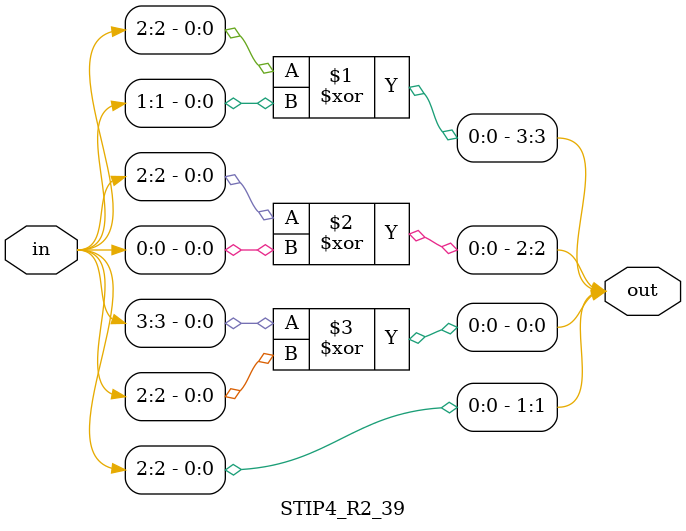
<source format=v>
module  STIP4_R2_39(in,out);
input[3:0] in;
output[3:0] out;
wire[3:0] out;
assign out[3]=in[2]^in[1];
assign out[2]=in[2]^in[0];
assign out[1]=in[2];
assign out[0]=in[3]^in[2];
endmodule

</source>
